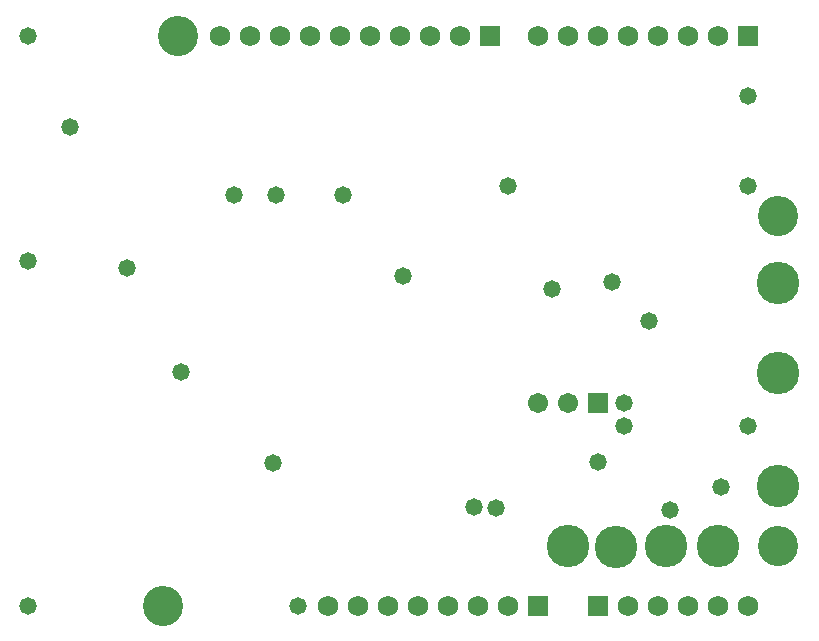
<source format=gbs>
%FSLAX44Y44*%
%MOMM*%
G71*
G01*
G75*
G04 Layer_Color=16711935*
G04:AMPARAMS|DCode=10|XSize=0.7112mm|YSize=0.8128mm|CornerRadius=0.0711mm|HoleSize=0mm|Usage=FLASHONLY|Rotation=270.000|XOffset=0mm|YOffset=0mm|HoleType=Round|Shape=RoundedRectangle|*
%AMROUNDEDRECTD10*
21,1,0.7112,0.6706,0,0,270.0*
21,1,0.5690,0.8128,0,0,270.0*
1,1,0.1422,-0.3353,-0.2845*
1,1,0.1422,-0.3353,0.2845*
1,1,0.1422,0.3353,0.2845*
1,1,0.1422,0.3353,-0.2845*
%
%ADD10ROUNDEDRECTD10*%
G04:AMPARAMS|DCode=11|XSize=0.7112mm|YSize=0.8128mm|CornerRadius=0.0711mm|HoleSize=0mm|Usage=FLASHONLY|Rotation=180.000|XOffset=0mm|YOffset=0mm|HoleType=Round|Shape=RoundedRectangle|*
%AMROUNDEDRECTD11*
21,1,0.7112,0.6706,0,0,180.0*
21,1,0.5690,0.8128,0,0,180.0*
1,1,0.1422,-0.2845,0.3353*
1,1,0.1422,0.2845,0.3353*
1,1,0.1422,0.2845,-0.3353*
1,1,0.1422,-0.2845,-0.3353*
%
%ADD11ROUNDEDRECTD11*%
G04:AMPARAMS|DCode=12|XSize=0.75mm|YSize=1.5mm|CornerRadius=0.075mm|HoleSize=0mm|Usage=FLASHONLY|Rotation=90.000|XOffset=0mm|YOffset=0mm|HoleType=Round|Shape=RoundedRectangle|*
%AMROUNDEDRECTD12*
21,1,0.7500,1.3500,0,0,90.0*
21,1,0.6000,1.5000,0,0,90.0*
1,1,0.1500,0.6750,0.3000*
1,1,0.1500,0.6750,-0.3000*
1,1,0.1500,-0.6750,-0.3000*
1,1,0.1500,-0.6750,0.3000*
%
%ADD12ROUNDEDRECTD12*%
%ADD13R,1.2000X1.5000*%
%ADD14R,1.5000X1.2000*%
%ADD15R,1.5000X0.8000*%
%ADD16R,1.7000X1.4000*%
%ADD17R,1.2000X3.0000*%
%ADD18C,0.2540*%
%ADD19C,3.6000*%
%ADD20R,1.5000X1.5000*%
%ADD21C,1.5000*%
%ADD22C,1.5240*%
%ADD23R,1.5240X1.5240*%
%ADD24C,3.2000*%
%ADD25C,1.2700*%
%ADD26C,0.2032*%
%ADD27C,0.1524*%
%ADD28C,0.2000*%
%ADD29C,0.0127*%
%ADD30C,0.1270*%
%ADD31R,1.4032X1.7032*%
%ADD32R,1.7032X1.4032*%
%ADD33R,1.7032X1.0032*%
%ADD34R,1.9032X1.6032*%
%ADD35R,1.4032X3.2032*%
%ADD36R,1.7032X1.7032*%
%ADD37C,1.7032*%
%ADD38C,1.7272*%
%ADD39R,1.7272X1.7272*%
%ADD40C,3.4032*%
%ADD41C,1.4732*%
D19*
X523236Y74930D02*
D03*
X482600Y76200D02*
D03*
X660400Y298450D02*
D03*
Y222250D02*
D03*
Y127000D02*
D03*
X565150Y76200D02*
D03*
X609600D02*
D03*
D36*
X508000Y196850D02*
D03*
D37*
X482600D02*
D03*
X457200D02*
D03*
D38*
X406400Y25400D02*
D03*
X431800D02*
D03*
X279400D02*
D03*
X304800D02*
D03*
X330200D02*
D03*
X355600D02*
D03*
X381000D02*
D03*
X584200Y508000D02*
D03*
X609600D02*
D03*
X457200D02*
D03*
X482600D02*
D03*
X508000D02*
D03*
X533400D02*
D03*
X558800D02*
D03*
X187960D02*
D03*
X213360D02*
D03*
X238760D02*
D03*
X264160D02*
D03*
X289560D02*
D03*
X314960D02*
D03*
X340360D02*
D03*
X365760D02*
D03*
X391160D02*
D03*
X635000Y25400D02*
D03*
X609600D02*
D03*
X584200D02*
D03*
X558800D02*
D03*
X533400D02*
D03*
D39*
X457200D02*
D03*
X635000Y508000D02*
D03*
X416560D02*
D03*
X508000Y25400D02*
D03*
D40*
X152400Y508000D02*
D03*
X139700Y25400D02*
D03*
X660400Y355600D02*
D03*
Y76200D02*
D03*
D41*
X232410Y146050D02*
D03*
X154940Y223520D02*
D03*
X342900Y304800D02*
D03*
X431800Y381000D02*
D03*
X635000Y177800D02*
D03*
Y381000D02*
D03*
Y457200D02*
D03*
X25400Y508000D02*
D03*
Y317500D02*
D03*
X254000Y25400D02*
D03*
X25400D02*
D03*
X421640Y107950D02*
D03*
X402590Y109220D02*
D03*
X109220Y311150D02*
D03*
X292100Y373380D02*
D03*
X234950D02*
D03*
X199390D02*
D03*
X60960Y430530D02*
D03*
X529590Y196850D02*
D03*
X508000Y147320D02*
D03*
X568960Y106680D02*
D03*
X612140Y125730D02*
D03*
X529590Y177800D02*
D03*
X468630Y293370D02*
D03*
X551180Y266700D02*
D03*
X519430Y299720D02*
D03*
M02*

</source>
